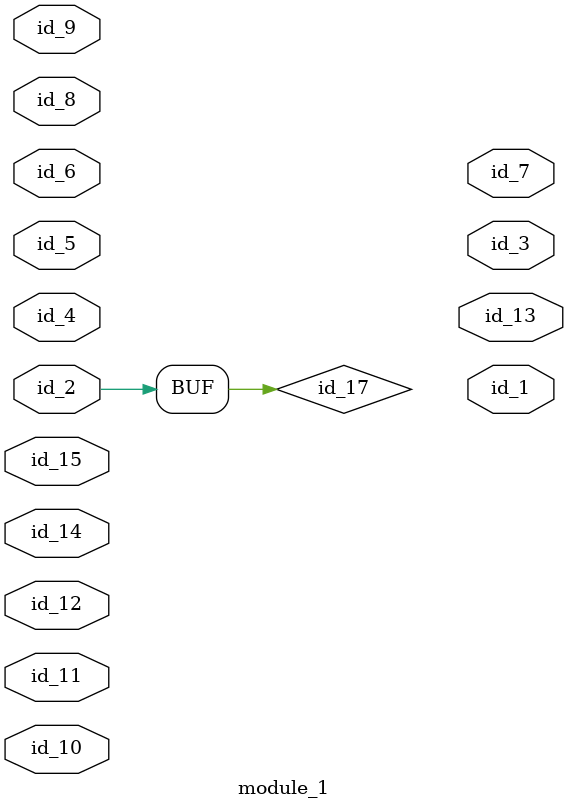
<source format=v>
module module_0;
  wire id_1;
  ;
endmodule
module module_1 (
    id_1,
    id_2,
    id_3,
    id_4,
    id_5,
    id_6,
    id_7,
    id_8,
    id_9,
    id_10,
    id_11,
    id_12,
    id_13,
    id_14,
    id_15
);
  inout wire id_15;
  inout wire id_14;
  output wire id_13;
  input wire id_12;
  inout wire id_11;
  module_0 modCall_1 ();
  input wire id_10;
  inout wire id_9;
  input wire id_8;
  output wire id_7;
  input wire id_6;
  input wire id_5;
  inout wire id_4;
  output wire id_3;
  inout wire id_2;
  output wire id_1;
  wire id_16;
  wire id_17 = id_2;
endmodule

</source>
